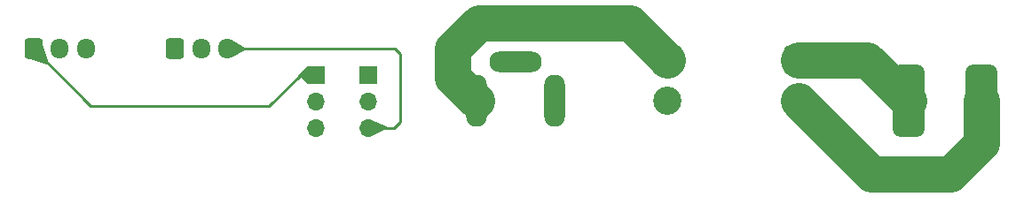
<source format=gbr>
%TF.GenerationSoftware,KiCad,Pcbnew,7.0.2*%
%TF.CreationDate,2023-05-14T11:04:53+02:00*%
%TF.ProjectId,Other-power,4f746865-722d-4706-9f77-65722e6b6963,rev?*%
%TF.SameCoordinates,Original*%
%TF.FileFunction,Copper,L1,Top*%
%TF.FilePolarity,Positive*%
%FSLAX46Y46*%
G04 Gerber Fmt 4.6, Leading zero omitted, Abs format (unit mm)*
G04 Created by KiCad (PCBNEW 7.0.2) date 2023-05-14 11:04:53*
%MOMM*%
%LPD*%
G01*
G04 APERTURE LIST*
G04 Aperture macros list*
%AMRoundRect*
0 Rectangle with rounded corners*
0 $1 Rounding radius*
0 $2 $3 $4 $5 $6 $7 $8 $9 X,Y pos of 4 corners*
0 Add a 4 corners polygon primitive as box body*
4,1,4,$2,$3,$4,$5,$6,$7,$8,$9,$2,$3,0*
0 Add four circle primitives for the rounded corners*
1,1,$1+$1,$2,$3*
1,1,$1+$1,$4,$5*
1,1,$1+$1,$6,$7*
1,1,$1+$1,$8,$9*
0 Add four rect primitives between the rounded corners*
20,1,$1+$1,$2,$3,$4,$5,0*
20,1,$1+$1,$4,$5,$6,$7,0*
20,1,$1+$1,$6,$7,$8,$9,0*
20,1,$1+$1,$8,$9,$2,$3,0*%
G04 Aperture macros list end*
%TA.AperFunction,ComponentPad*%
%ADD10R,1.700000X1.700000*%
%TD*%
%TA.AperFunction,ComponentPad*%
%ADD11O,1.700000X1.700000*%
%TD*%
%TA.AperFunction,ComponentPad*%
%ADD12RoundRect,0.250001X-1.099999X1.099999X-1.099999X-1.099999X1.099999X-1.099999X1.099999X1.099999X0*%
%TD*%
%TA.AperFunction,ComponentPad*%
%ADD13C,2.700000*%
%TD*%
%TA.AperFunction,ComponentPad*%
%ADD14RoundRect,0.750000X-0.750000X-2.750000X0.750000X-2.750000X0.750000X2.750000X-0.750000X2.750000X0*%
%TD*%
%TA.AperFunction,ComponentPad*%
%ADD15RoundRect,0.250000X-0.600000X-0.725000X0.600000X-0.725000X0.600000X0.725000X-0.600000X0.725000X0*%
%TD*%
%TA.AperFunction,ComponentPad*%
%ADD16O,1.700000X1.950000*%
%TD*%
%TA.AperFunction,ComponentPad*%
%ADD17O,2.000000X5.000000*%
%TD*%
%TA.AperFunction,ComponentPad*%
%ADD18O,5.000000X2.000000*%
%TD*%
%TA.AperFunction,Conductor*%
%ADD19C,3.500000*%
%TD*%
%TA.AperFunction,Conductor*%
%ADD20C,0.250000*%
%TD*%
G04 APERTURE END LIST*
D10*
%TO.P,J7,1,Pin_1*%
%TO.N,Net-(J6-Pin_1)*%
X111500000Y-57475000D03*
D11*
%TO.P,J7,2,Pin_2*%
%TO.N,GND*%
X111500000Y-60015000D03*
%TO.P,J7,3,Pin_3*%
%TO.N,Net-(J6-Pin_3)*%
X111500000Y-62555000D03*
%TD*%
D12*
%TO.P,J1,1,Pin_1*%
%TO.N,Net-(J1-Pin_1)*%
X157500000Y-56040000D03*
D13*
%TO.P,J1,2,Pin_2*%
%TO.N,Net-(J1-Pin_2)*%
X157500000Y-60000000D03*
%TD*%
D12*
%TO.P,J2,1,Pin_1*%
%TO.N,Net-(J2-Pin_1)*%
X145000000Y-56040000D03*
D13*
%TO.P,J2,2,Pin_2*%
%TO.N,GND*%
X145000000Y-60000000D03*
%TD*%
D14*
%TO.P,SW1,1,A*%
%TO.N,Net-(J1-Pin_1)*%
X168000000Y-60000000D03*
%TO.P,SW1,2,B*%
%TO.N,Net-(J1-Pin_2)*%
X175000000Y-60000000D03*
%TD*%
D15*
%TO.P,J4,1,Pin_1*%
%TO.N,Net-(J4-Pin_1)*%
X98000000Y-55000000D03*
D16*
%TO.P,J4,2,Pin_2*%
%TO.N,GND*%
X100500000Y-55000000D03*
%TO.P,J4,3,Pin_3*%
%TO.N,Net-(J4-Pin_3)*%
X103000000Y-55000000D03*
%TD*%
D15*
%TO.P,J6,1,Pin_1*%
%TO.N,Net-(J6-Pin_1)*%
X84500000Y-55000000D03*
D16*
%TO.P,J6,2,Pin_2*%
%TO.N,GND*%
X87000000Y-55000000D03*
%TO.P,J6,3,Pin_3*%
%TO.N,Net-(J6-Pin_3)*%
X89500000Y-55000000D03*
%TD*%
D10*
%TO.P,J5,1,Pin_1*%
%TO.N,Net-(J4-Pin_1)*%
X116500000Y-57500000D03*
D11*
%TO.P,J5,2,Pin_2*%
%TO.N,GND*%
X116500000Y-60040000D03*
%TO.P,J5,3,Pin_3*%
%TO.N,Net-(J4-Pin_3)*%
X116500000Y-62580000D03*
%TD*%
D17*
%TO.P,J8,1*%
%TO.N,Net-(J2-Pin_1)*%
X126750000Y-60000000D03*
D18*
%TO.P,J8,2*%
%TO.N,GND*%
X130500000Y-56250000D03*
D17*
%TO.P,J8,MP,MountPin*%
X134250000Y-60000000D03*
%TD*%
D19*
%TO.N,Net-(J1-Pin_1)*%
X157500000Y-56040000D02*
X164040000Y-56040000D01*
X164040000Y-56040000D02*
X168000000Y-60000000D01*
%TO.N,Net-(J1-Pin_2)*%
X164500000Y-67000000D02*
X157500000Y-60000000D01*
X175000000Y-64000000D02*
X172000000Y-67000000D01*
X175000000Y-60000000D02*
X175000000Y-64000000D01*
X172000000Y-67000000D02*
X164500000Y-67000000D01*
%TO.N,Net-(J2-Pin_1)*%
X124500000Y-55000000D02*
X127000000Y-52500000D01*
X126750000Y-60000000D02*
X124500000Y-57750000D01*
X141460000Y-52500000D02*
X145000000Y-56040000D01*
X124500000Y-57750000D02*
X124500000Y-55000000D01*
X127000000Y-52500000D02*
X141460000Y-52500000D01*
D20*
%TO.N,Net-(J4-Pin_3)*%
X103000000Y-55000000D02*
X119000000Y-55000000D01*
X118920000Y-62580000D02*
X116500000Y-62580000D01*
X119000000Y-55000000D02*
X119500000Y-55500000D01*
X119500000Y-62000000D02*
X118920000Y-62580000D01*
X119500000Y-55500000D02*
X119500000Y-62000000D01*
%TO.N,Net-(J6-Pin_1)*%
X90000000Y-60500000D02*
X107000000Y-60500000D01*
X107000000Y-60500000D02*
X110025000Y-57475000D01*
X110025000Y-57475000D02*
X111500000Y-57475000D01*
X84500000Y-55000000D02*
X90000000Y-60500000D01*
%TD*%
%TA.AperFunction,Conductor*%
%TO.N,Net-(J4-Pin_3)*%
G36*
X103425719Y-54155778D02*
G01*
X103426314Y-54156090D01*
X103435253Y-54161136D01*
X104694051Y-54871642D01*
X104699571Y-54878693D01*
X104700000Y-54881831D01*
X104700000Y-55118168D01*
X104696573Y-55126441D01*
X104694051Y-55128357D01*
X103426322Y-55843904D01*
X103417433Y-55844986D01*
X103410382Y-55839466D01*
X103410073Y-55838878D01*
X103001521Y-55005146D01*
X103000958Y-54996211D01*
X103001518Y-54994860D01*
X103410066Y-54161134D01*
X103416782Y-54155214D01*
X103425719Y-54155778D01*
G37*
%TD.AperFunction*%
%TD*%
%TA.AperFunction,Conductor*%
%TO.N,Net-(J4-Pin_3)*%
G36*
X116835836Y-61799791D02*
G01*
X116836413Y-61800049D01*
X118193366Y-62451814D01*
X118199339Y-62458484D01*
X118200000Y-62462360D01*
X118200000Y-62697639D01*
X118196573Y-62705912D01*
X118193366Y-62708186D01*
X116836413Y-63359950D01*
X116827471Y-63360442D01*
X116820800Y-63354469D01*
X116820542Y-63353892D01*
X116500865Y-62584489D01*
X116500856Y-62575534D01*
X116500865Y-62575511D01*
X116820542Y-61806107D01*
X116826881Y-61799782D01*
X116835836Y-61799791D01*
G37*
%TD.AperFunction*%
%TD*%
%TA.AperFunction,Conductor*%
%TO.N,Net-(J6-Pin_1)*%
G36*
X110658107Y-56710746D02*
G01*
X111491599Y-57466040D01*
X111495429Y-57474135D01*
X111492413Y-57482566D01*
X111492016Y-57482983D01*
X110657700Y-58317299D01*
X110649427Y-58320726D01*
X110641767Y-58317870D01*
X109954603Y-57722758D01*
X109953990Y-57722187D01*
X109785932Y-57554129D01*
X109782505Y-57545856D01*
X109785932Y-57537583D01*
X109785990Y-57537525D01*
X110642127Y-56710997D01*
X110650457Y-56707718D01*
X110658107Y-56710746D01*
G37*
%TD.AperFunction*%
%TD*%
%TA.AperFunction,Conductor*%
%TO.N,Net-(J6-Pin_1)*%
G36*
X85347961Y-54652467D02*
G01*
X85354287Y-54658805D01*
X85354359Y-54658984D01*
X86013462Y-56332360D01*
X86013305Y-56341314D01*
X86010849Y-56344921D01*
X85844673Y-56511097D01*
X85836400Y-56514524D01*
X85832579Y-56513883D01*
X84282876Y-55978440D01*
X84276176Y-55972499D01*
X84275300Y-55964737D01*
X84497931Y-55005163D01*
X84503139Y-54997878D01*
X84504861Y-54996993D01*
X85339008Y-54652458D01*
X85347961Y-54652467D01*
G37*
%TD.AperFunction*%
%TD*%
M02*

</source>
